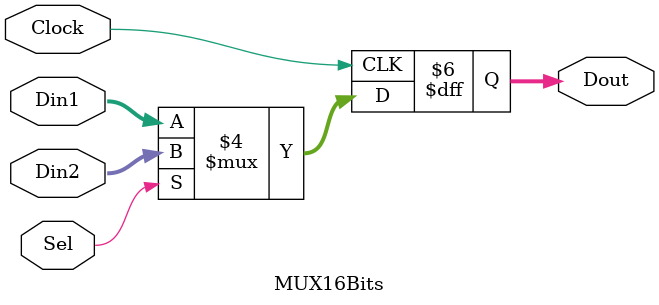
<source format=v>
`timescale	1ns/1ps

module	MUX16Bits(Dout, Din1, Din2, Sel, Clock)	;

output	[15:0]	Dout	;
reg	[15:0]	Dout	;

input	[15:0]	Din1, Din2	;
wire	[15:0]	Din1, Din2	;

input	Sel	;
wire	Sel	;

input	Clock	;
wire	Clock	;


always	@(posedge	Clock)
	begin
		if ( Sel == 1'b1 )
			begin
				Dout <= Din2	;
			end
		else
			begin
				Dout <= Din1	;
			end
	end

endmodule	



</source>
